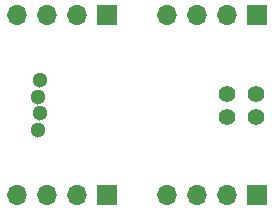
<source format=gbr>
%TF.GenerationSoftware,KiCad,Pcbnew,8.0.6*%
%TF.CreationDate,2024-12-13T22:42:48+00:00*%
%TF.ProjectId,StepperAdapterMount,53746570-7065-4724-9164-61707465724d,RevA*%
%TF.SameCoordinates,Original*%
%TF.FileFunction,Copper,L2,Bot*%
%TF.FilePolarity,Positive*%
%FSLAX46Y46*%
G04 Gerber Fmt 4.6, Leading zero omitted, Abs format (unit mm)*
G04 Created by KiCad (PCBNEW 8.0.6) date 2024-12-13 22:42:48*
%MOMM*%
%LPD*%
G01*
G04 APERTURE LIST*
%TA.AperFunction,ComponentPad*%
%ADD10O,1.700000X1.700000*%
%TD*%
%TA.AperFunction,ComponentPad*%
%ADD11R,1.700000X1.700000*%
%TD*%
%TA.AperFunction,ComponentPad*%
%ADD12C,1.300000*%
%TD*%
%TA.AperFunction,ComponentPad*%
%ADD13C,1.400000*%
%TD*%
G04 APERTURE END LIST*
D10*
%TO.P,J1,4,Pin_4*%
%TO.N,/B1+*%
X54210000Y-199740000D03*
%TO.P,J1,3,Pin_3*%
%TO.N,unconnected-(J1-Pin_3-Pad3)*%
X56750000Y-199740000D03*
%TO.P,J1,2,Pin_2*%
%TO.N,unconnected-(J1-Pin_2-Pad2)*%
X59290000Y-199740000D03*
D11*
%TO.P,J1,1,Pin_1*%
%TO.N,/A1+*%
X61830000Y-199740000D03*
%TD*%
D12*
%TO.P,M2,1,A+*%
%TO.N,/A2+*%
X43515000Y-205260000D03*
%TO.P,M2,2,A-*%
%TO.N,/A2-*%
X43515000Y-208060000D03*
%TO.P,M2,3,B+*%
%TO.N,/B2+*%
X43315000Y-206660000D03*
%TO.P,M2,4,B-*%
%TO.N,/B2-*%
X43315000Y-209460000D03*
%TD*%
D11*
%TO.P,J4,1,Pin_1*%
%TO.N,/A2-*%
X49130000Y-214980000D03*
D10*
%TO.P,J4,2,Pin_2*%
%TO.N,unconnected-(J4-Pin_2-Pad2)*%
X46590000Y-214980000D03*
%TO.P,J4,3,Pin_3*%
%TO.N,unconnected-(J4-Pin_3-Pad3)*%
X44050000Y-214980000D03*
%TO.P,J4,4,Pin_4*%
%TO.N,/B2-*%
X41510000Y-214980000D03*
%TD*%
D11*
%TO.P,J3,1,Pin_1*%
%TO.N,/A2+*%
X49130000Y-199740000D03*
D10*
%TO.P,J3,2,Pin_2*%
%TO.N,unconnected-(J3-Pin_2-Pad2)*%
X46590000Y-199740000D03*
%TO.P,J3,3,Pin_3*%
%TO.N,unconnected-(J3-Pin_3-Pad3)*%
X44050000Y-199740000D03*
%TO.P,J3,4,Pin_4*%
%TO.N,/B2+*%
X41510000Y-199740000D03*
%TD*%
D11*
%TO.P,J2,1,Pin_1*%
%TO.N,/A1-*%
X61830000Y-214980000D03*
D10*
%TO.P,J2,2,Pin_2*%
%TO.N,unconnected-(J2-Pin_2-Pad2)*%
X59290000Y-214980000D03*
%TO.P,J2,3,Pin_3*%
%TO.N,unconnected-(J2-Pin_3-Pad3)*%
X56750000Y-214980000D03*
%TO.P,J2,4,Pin_4*%
%TO.N,/B1-*%
X54210000Y-214980000D03*
%TD*%
D13*
%TO.P,M1,1,A+*%
%TO.N,/A1+*%
X61790000Y-206410000D03*
%TO.P,M1,2,A-*%
%TO.N,/A1-*%
X61790000Y-208410000D03*
%TO.P,M1,3,B+*%
%TO.N,/B1+*%
X59290000Y-206410000D03*
%TO.P,M1,4,B-*%
%TO.N,/B1-*%
X59290000Y-208410000D03*
%TD*%
M02*

</source>
